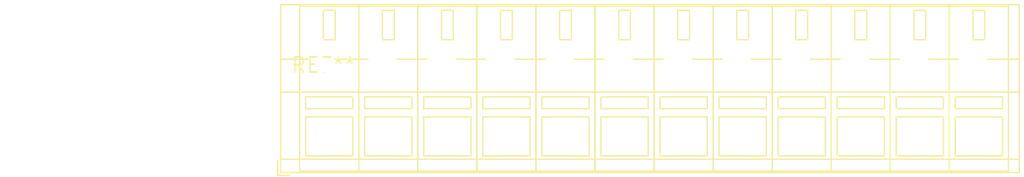
<source format=kicad_pcb>
(kicad_pcb (version 20240108) (generator pcbnew)
  (layers (0 "F.Cu" signal) (31 "B.Cu" signal) (34 "B.Paste" user) (35 "F.Paste" user) (36 "B.SilkS" user "B.Silkscreen") (37 "F.SilkS" user "F.Silkscreen") (38 "B.Mask" user) (39 "F.Mask" user) (44 "Edge.Cuts" user))
  (net 0 "")
  (footprint "TerminalBlock_WAGO_236-112_1x12_P5.00mm_45Degree" (layer "F.Cu") (at 0 0)
    (property "Reference" "REF**")
    (property "Value" "TerminalBlock_WAGO_236-112_1x12_P5.00mm_45Degree")
    (fp_line (start -3.86 8.12) (end -3.86 9.36) (layer "F.SilkS") (stroke (width 0.12)))
    (fp_line (start -3.86 9.36) (end -2.86 9.36) (layer "F.SilkS") (stroke (width 0.12)))
    (fp_line (start -3.62 -5.12) (end -3.62 9.12) (layer "F.SilkS") (stroke (width 0.12)))
    (fp_line (start -3.62 -5.12) (end 58.92 -5.12) (layer "F.SilkS") (stroke (width 0.12)))
    (fp_line (start -3.62 -0.5) (end -1.23 -0.5) (layer "F.SilkS") (stroke (width 0.12)))
    (fp_line (start -3.62 2.3) (end 58.92 2.3) (layer "F.SilkS") (stroke (width 0.12)))
    (fp_line (start -3.62 8) (end 58.92 8) (layer "F.SilkS") (stroke (width 0.12)))
    (fp_line (start -3.62 9.12) (end 58.92 9.12) (layer "F.SilkS") (stroke (width 0.12)))
    (fp_line (start -2 -5) (end -2 9) (layer "F.SilkS") (stroke (width 0.12)))
    (fp_line (start -2 -5) (end 3 -5) (layer "F.SilkS") (stroke (width 0.12)))
    (fp_line (start -2 9) (end 3 9) (layer "F.SilkS") (stroke (width 0.12)))
    (fp_line (start -1.5 2.7) (end -1.5 3.7) (layer "F.SilkS") (stroke (width 0.12)))
    (fp_line (start -1.5 2.7) (end 2.5 2.7) (layer "F.SilkS") (stroke (width 0.12)))
    (fp_line (start -1.5 3.7) (end 2.5 3.7) (layer "F.SilkS") (stroke (width 0.12)))
    (fp_line (start -1.5 4.4) (end -1.5 7.7) (layer "F.SilkS") (stroke (width 0.12)))
    (fp_line (start -1.5 4.4) (end 2.5 4.4) (layer "F.SilkS") (stroke (width 0.12)))
    (fp_line (start -1.5 7.7) (end 2.5 7.7) (layer "F.SilkS") (stroke (width 0.12)))
    (fp_line (start 0 -4.65) (end 0 -2.151) (layer "F.SilkS") (stroke (width 0.12)))
    (fp_line (start 0 -4.65) (end 1 -4.65) (layer "F.SilkS") (stroke (width 0.12)))
    (fp_line (start 0 -2.151) (end 1 -2.151) (layer "F.SilkS") (stroke (width 0.12)))
    (fp_line (start 1 -4.65) (end 1 -2.151) (layer "F.SilkS") (stroke (width 0.12)))
    (fp_line (start 1.23 -0.5) (end 3.77 -0.5) (layer "F.SilkS") (stroke (width 0.12)))
    (fp_line (start 2.5 2.7) (end 2.5 3.7) (layer "F.SilkS") (stroke (width 0.12)))
    (fp_line (start 2.5 4.4) (end 2.5 7.7) (layer "F.SilkS") (stroke (width 0.12)))
    (fp_line (start 3 -5) (end 3 9) (layer "F.SilkS") (stroke (width 0.12)))
    (fp_line (start 3 -5) (end 3 9) (layer "F.SilkS") (stroke (width 0.12)))
    (fp_line (start 3 -5) (end 8 -5) (layer "F.SilkS") (stroke (width 0.12)))
    (fp_line (start 3 9) (end 8 9) (layer "F.SilkS") (stroke (width 0.12)))
    (fp_line (start 3.5 2.7) (end 3.5 3.7) (layer "F.SilkS") (stroke (width 0.12)))
    (fp_line (start 3.5 2.7) (end 7.5 2.7) (layer "F.SilkS") (stroke (width 0.12)))
    (fp_line (start 3.5 3.7) (end 7.5 3.7) (layer "F.SilkS") (stroke (width 0.12)))
    (fp_line (start 3.5 4.4) (end 3.5 7.7) (layer "F.SilkS") (stroke (width 0.12)))
    (fp_line (start 3.5 4.4) (end 7.5 4.4) (layer "F.SilkS") (stroke (width 0.12)))
    (fp_line (start 3.5 7.7) (end 7.5 7.7) (layer "F.SilkS") (stroke (width 0.12)))
    (fp_line (start 5 -4.65) (end 5 -2.151) (layer "F.SilkS") (stroke (width 0.12)))
    (fp_line (start 5 -4.65) (end 6 -4.65) (layer "F.SilkS") (stroke (width 0.12)))
    (fp_line (start 5 -2.151) (end 6 -2.151) (layer "F.SilkS") (stroke (width 0.12)))
    (fp_line (start 6 -4.65) (end 6 -2.151) (layer "F.SilkS") (stroke (width 0.12)))
    (fp_line (start 6.23 -0.5) (end 8.77 -0.5) (layer "F.SilkS") (stroke (width 0.12)))
    (fp_line (start 7.5 2.7) (end 7.5 3.7) (layer "F.SilkS") (stroke (width 0.12)))
    (fp_line (start 7.5 4.4) (end 7.5 7.7) (layer "F.SilkS") (stroke (width 0.12)))
    (fp_line (start 8 -5) (end 8 9) (layer "F.SilkS") (stroke (width 0.12)))
    (fp_line (start 8 -5) (end 8 9) (layer "F.SilkS") (stroke (width 0.12)))
    (fp_line (start 8 -5) (end 13 -5) (layer "F.SilkS") (stroke (width 0.12)))
    (fp_line (start 8 9) (end 13 9) (layer "F.SilkS") (stroke (width 0.12)))
    (fp_line (start 8.5 2.7) (end 8.5 3.7) (layer "F.SilkS") (stroke (width 0.12)))
    (fp_line (start 8.5 2.7) (end 12.5 2.7) (layer "F.SilkS") (stroke (width 0.12)))
    (fp_line (start 8.5 3.7) (end 12.5 3.7) (layer "F.SilkS") (stroke (width 0.12)))
    (fp_line (start 8.5 4.4) (end 8.5 7.7) (layer "F.SilkS") (stroke (width 0.12)))
    (fp_line (start 8.5 4.4) (end 12.5 4.4) (layer "F.SilkS") (stroke (width 0.12)))
    (fp_line (start 8.5 7.7) (end 12.5 7.7) (layer "F.SilkS") (stroke (width 0.12)))
    (fp_line (start 10 -4.65) (end 10 -2.151) (layer "F.SilkS") (stroke (width 0.12)))
    (fp_line (start 10 -4.65) (end 11 -4.65) (layer "F.SilkS") (stroke (width 0.12)))
    (fp_line (start 10 -2.151) (end 11 -2.151) (layer "F.SilkS") (stroke (width 0.12)))
    (fp_line (start 11 -4.65) (end 11 -2.151) (layer "F.SilkS") (stroke (width 0.12)))
    (fp_line (start 11.23 -0.5) (end 13.77 -0.5) (layer "F.SilkS") (stroke (width 0.12)))
    (fp_line (start 12.5 2.7) (end 12.5 3.7) (layer "F.SilkS") (stroke (width 0.12)))
    (fp_line (start 12.5 4.4) (end 12.5 7.7) (layer "F.SilkS") (stroke (width 0.12)))
    (fp_line (start 13 -5) (end 13 9) (layer "F.SilkS") (stroke (width 0.12)))
    (fp_line (start 13 -5) (end 13 9) (layer "F.SilkS") (stroke (width 0.12)))
    (fp_line (start 13 -5) (end 18 -5) (layer "F.SilkS") (stroke (width 0.12)))
    (fp_line (start 13 9) (end 18 9) (layer "F.SilkS") (stroke (width 0.12)))
    (fp_line (start 13.5 2.7) (end 13.5 3.7) (layer "F.SilkS") (stroke (width 0.12)))
    (fp_line (start 13.5 2.7) (end 17.5 2.7) (layer "F.SilkS") (stroke (width 0.12)))
    (fp_line (start 13.5 3.7) (end 17.5 3.7) (layer "F.SilkS") (stroke (width 0.12)))
    (fp_line (start 13.5 4.4) (end 13.5 7.7) (layer "F.SilkS") (stroke (width 0.12)))
    (fp_line (start 13.5 4.4) (end 17.5 4.4) (layer "F.SilkS") (stroke (width 0.12)))
    (fp_line (start 13.5 7.7) (end 17.5 7.7) (layer "F.SilkS") (stroke (width 0.12)))
    (fp_line (start 15 -4.65) (end 15 -2.151) (layer "F.SilkS") (stroke (width 0.12)))
    (fp_line (start 15 -4.65) (end 16 -4.65) (layer "F.SilkS") (stroke (width 0.12)))
    (fp_line (start 15 -2.151) (end 16 -2.151) (layer "F.SilkS") (stroke (width 0.12)))
    (fp_line (start 16 -4.65) (end 16 -2.151) (layer "F.SilkS") (stroke (width 0.12)))
    (fp_line (start 16.23 -0.5) (end 18.77 -0.5) (layer "F.SilkS") (stroke (width 0.12)))
    (fp_line (start 17.5 2.7) (end 17.5 3.7) (layer "F.SilkS") (stroke (width 0.12)))
    (fp_line (start 17.5 4.4) (end 17.5 7.7) (layer "F.SilkS") (stroke (width 0.12)))
    (fp_line (start 18 -5) (end 18 9) (layer "F.SilkS") (stroke (width 0.12)))
    (fp_line (start 18 -5) (end 18 9) (layer "F.SilkS") (stroke (width 0.12)))
    (fp_line (start 18 -5) (end 23 -5) (layer "F.SilkS") (stroke (width 0.12)))
    (fp_line (start 18 9) (end 23 9) (layer "F.SilkS") (stroke (width 0.12)))
    (fp_line (start 18.5 2.7) (end 18.5 3.7) (layer "F.SilkS") (stroke (width 0.12)))
    (fp_line (start 18.5 2.7) (end 22.5 2.7) (layer "F.SilkS") (stroke (width 0.12)))
    (fp_line (start 18.5 3.7) (end 22.5 3.7) (layer "F.SilkS") (stroke (width 0.12)))
    (fp_line (start 18.5 4.4) (end 18.5 7.7) (layer "F.SilkS") (stroke (width 0.12)))
    (fp_line (start 18.5 4.4) (end 22.5 4.4) (layer "F.SilkS") (stroke (width 0.12)))
    (fp_line (start 18.5 7.7) (end 22.5 7.7) (layer "F.SilkS") (stroke (width 0.12)))
    (fp_line (start 20 -4.65) (end 20 -2.151) (layer "F.SilkS") (stroke (width 0.12)))
    (fp_line (start 20 -4.65) (end 21 -4.65) (layer "F.SilkS") (stroke (width 0.12)))
    (fp_line (start 20 -2.151) (end 21 -2.151) (layer "F.SilkS") (stroke (width 0.12)))
    (fp_line (start 21 -4.65) (end 21 -2.151) (layer "F.SilkS") (stroke (width 0.12)))
    (fp_line (start 21.23 -0.5) (end 23.77 -0.5) (layer "F.SilkS") (stroke (width 0.12)))
    (fp_line (start 22.5 2.7) (end 22.5 3.7) (layer "F.SilkS") (stroke (width 0.12)))
    (fp_line (start 22.5 4.4) (end 22.5 7.7) (layer "F.SilkS") (stroke (width 0.12)))
    (fp_line (start 23 -5) (end 23 9) (layer "F.SilkS") (stroke (width 0.12)))
    (fp_line (start 23 -5) (end 23 9) (layer "F.SilkS") (stroke (width 0.12)))
    (fp_line (start 23 -5) (end 28 -5) (layer "F.SilkS") (stroke (width 0.12)))
    (fp_line (start 23 9) (end 28 9) (layer "F.SilkS") (stroke (width 0.12)))
    (fp_line (start 23.5 2.7) (end 23.5 3.7) (layer "F.SilkS") (stroke (width 0.12)))
    (fp_line (start 23.5 2.7) (end 27.5 2.7) (layer "F.SilkS") (stroke (width 0.12)))
    (fp_line (start 23.5 3.7) (end 27.5 3.7) (layer "F.SilkS") (stroke (width 0.12)))
    (fp_line (start 23.5 4.4) (end 23.5 7.7) (layer "F.SilkS") (stroke (width 0.12)))
    (fp_line (start 23.5 4.4) (end 27.5 4.4) (layer "F.SilkS") (stroke (width 0.12)))
    (fp_line (start 23.5 7.7) (end 27.5 7.7) (layer "F.SilkS") (stroke (width 0.12)))
    (fp_line (start 25 -4.65) (end 25 -2.151) (layer "F.SilkS") (stroke (width 0.12)))
    (fp_line (start 25 -4.65) (end 26 -4.65) (layer "F.SilkS") (stroke (width 0.12)))
    (fp_line (start 25 -2.151) (end 26 -2.151) (layer "F.SilkS") (stroke (width 0.12)))
    (fp_line (start 26 -4.65) (end 26 -2.151) (layer "F.SilkS") (stroke (width 0.12)))
    (fp_line (start 26.23 -0.5) (end 28.77 -0.5) (layer "F.SilkS") (stroke (width 0.12)))
    (fp_line (start 27.5 2.7) (end 27.5 3.7) (layer "F.SilkS") (stroke (width 0.12)))
    (fp_line (start 27.5 4.4) (end 27.5 7.7) (layer "F.SilkS") (stroke (width 0.12)))
    (fp_line (start 28 -5) (end 28 9) (layer "F.SilkS") (stroke (width 0.12)))
    (fp_line (start 28 -5) (end 28 9) (layer "F.SilkS") (stroke (width 0.12)))
    (fp_line (start 28 -5) (end 33 -5) (layer "F.SilkS") (stroke (width 0.12)))
    (fp_line (start 28 9) (end 33 9) (layer "F.SilkS") (stroke (width 0.12)))
    (fp_line (start 28.5 2.7) (end 28.5 3.7) (layer "F.SilkS") (stroke (width 0.12)))
    (fp_line (start 28.5 2.7) (end 32.5 2.7) (layer "F.SilkS") (stroke (width 0.12)))
    (fp_line (start 28.5 3.7) (end 32.5 3.7) (layer "F.SilkS") (stroke (width 0.12)))
    (fp_line (start 28.5 4.4) (end 28.5 7.7) (layer "F.SilkS") (stroke (width 0.12)))
    (fp_line (start 28.5 4.4) (end 32.5 4.4) (layer "F.SilkS") (stroke (width 0.12)))
    (fp_line (start 28.5 7.7) (end 32.5 7.7) (layer "F.SilkS") (stroke (width 0.12)))
    (fp_line (start 30 -4.65) (end 30 -2.151) (layer "F.SilkS") (stroke (width 0.12)))
    (fp_line (start 30 -4.65) (end 31 -4.65) (layer "F.SilkS") (stroke (width 0.12)))
    (fp_line (start 30 -2.151) (end 31 -2.151) (layer "F.SilkS") (stroke (width 0.12)))
    (fp_line (start 31 -4.65) (end 31 -2.151) (layer "F.SilkS") (stroke (width 0.12)))
    (fp_line (start 31.23 -0.5) (end 33.77 -0.5) (layer "F.SilkS") (stroke (width 0.12)))
    (fp_line (start 32.5 2.7) (end 32.5 3.7) (layer "F.SilkS") (stroke (width 0.12)))
    (fp_line (start 32.5 4.4) (end 32.5 7.7) (layer "F.SilkS") (stroke (width 0.12)))
    (fp_line (start 33 -5) (end 33 9) (layer "F.SilkS") (stroke (width 0.12)))
    (fp_line (start 33 -5) (end 33 9) (layer "F.SilkS") (stroke (width 0.12)))
    (fp_line (start 33 -5) (end 38 -5) (layer "F.SilkS") (stroke (width 0.12)))
    (fp_line (start 33 9) (end 38 9) (layer "F.SilkS") (stroke (width 0.12)))
    (fp_line (start 33.5 2.7) (end 33.5 3.7) (layer "F.SilkS") (stroke (width 0.12)))
    (fp_line (start 33.5 2.7) (end 37.5 2.7) (layer "F.SilkS") (stroke (width 0.12)))
    (fp_line (start 33.5 3.7) (end 37.5 3.7) (layer "F.SilkS") (stroke (width 0.12)))
    (fp_line (start 33.5 4.4) (end 33.5 7.7) (layer "F.SilkS") (stroke (width 0.12)))
    (fp_line (start 33.5 4.4) (end 37.5 4.4) (layer "F.SilkS") (stroke (width 0.12)))
    (fp_line (start 33.5 7.7) (end 37.5 7.7) (layer "F.SilkS") (stroke (width 0.12)))
    (fp_line (start 35 -4.65) (end 35 -2.151) (layer "F.SilkS") (stroke (width 0.12)))
    (fp_line (start 35 -4.65) (end 36 -4.65) (layer "F.SilkS") (stroke (width 0.12)))
    (fp_line (start 35 -2.151) (end 36 -2.151) (layer "F.SilkS") (stroke (width 0.12)))
    (fp_line (start 36 -4.65) (end 36 -2.151) (layer "F.SilkS") (stroke (width 0.12)))
    (fp_line (start 36.23 -0.5) (end 38.77 -0.5) (layer "F.SilkS") (stroke (width 0.12)))
    (fp_line (start 37.5 2.7) (end 37.5 3.7) (layer "F.SilkS") (stroke (width 0.12)))
    (fp_line (start 37.5 4.4) (end 37.5 7.7) (layer "F.SilkS") (stroke (width 0.12)))
    (fp_line (start 38 -5) (end 38 9) (layer "F.SilkS") (stroke (width 0.12)))
    (fp_line (start 38 -5) (end 38 9) (layer "F.SilkS") (stroke (width 0.12)))
    (fp_line (start 38 -5) (end 43 -5) (layer "F.SilkS") (stroke (width 0.12)))
    (fp_line (start 38 9) (end 43 9) (layer "F.SilkS") (stroke (width 0.12)))
    (fp_line (start 38.5 2.7) (end 38.5 3.7) (layer "F.SilkS") (stroke (width 0.12)))
    (fp_line (start 38.5 2.7) (end 42.5 2.7) (layer "F.SilkS") (stroke (width 0.12)))
    (fp_line (start 38.5 3.7) (end 42.5 3.7) (layer "F.SilkS") (stroke (width 0.12)))
    (fp_line (start 38.5 4.4) (end 38.5 7.7) (layer "F.SilkS") (stroke (width 0.12)))
    (fp_line (start 38.5 4.4) (end 42.5 4.4) (layer "F.SilkS") (stroke (width 0.12)))
    (fp_line (start 38.5 7.7) (end 42.5 7.7) (layer "F.SilkS") (stroke (width 0.12)))
    (fp_line (start 40 -4.65) (end 40 -2.151) (layer "F.SilkS") (stroke (width 0.12)))
    (fp_line (start 40 -4.65) (end 41 -4.65) (layer "F.SilkS") (stroke (width 0.12)))
    (fp_line (start 40 -2.151) (end 41 -2.151) (layer "F.SilkS") (stroke (width 0.12)))
    (fp_line (start 41 -4.65) (end 41 -2.151) (layer "F.SilkS") (stroke (width 0.12)))
    (fp_line (start 41.23 -0.5) (end 43.77 -0.5) (layer "F.SilkS") (stroke (width 0.12)))
    (fp_line (start 42.5 2.7) (end 42.5 3.7) (layer "F.SilkS") (stroke (width 0.12)))
    (fp_line (start 42.5 4.4) (end 42.5 7.7) (layer "F.SilkS") (stroke (width 0.12)))
    (fp_line (start 43 -5) (end 43 9) (layer "F.SilkS") (stroke (width 0.12)))
    (fp_line (start 43 -5) (end 43 9) (layer "F.SilkS") (stroke (width 0.12)))
    (fp_line (start 43 -5) (end 48 -5) (layer "F.SilkS") (stroke (width 0.12)))
    (fp_line (start 43 9) (end 48 9) (layer "F.SilkS") (stroke (width 0.12)))
    (fp_line (start 43.5 2.7) (end 43.5 3.7) (layer "F.SilkS") (stroke (width 0.12)))
    (fp_line (start 43.5 2.7) (end 47.5 2.7) (layer "F.SilkS") (stroke (width 0.12)))
    (fp_line (start 43.5 3.7) (end 47.5 3.7) (layer "F.SilkS") (stroke (width 0.12)))
    (fp_line (start 43.5 4.4) (end 43.5 7.7) (layer "F.SilkS") (stroke (width 0.12)))
    (fp_line (start 43.5 4.4) (end 47.5 4.4) (layer "F.SilkS") (stroke (width 0.12)))
    (fp_line (start 43.5 7.7) (end 47.5 7.7) (layer "F.SilkS") (stroke (width 0.12)))
    (fp_line (start 45 -4.65) (end 45 -2.151) (layer "F.SilkS") (stroke (width 0.12)))
    (fp_line (start 45 -4.65) (end 46 -4.65) (layer "F.SilkS") (stroke (width 0.12)))
    (fp_line (start 45 -2.151) (end 46 -2.151) (layer "F.SilkS") (stroke (width 0.12)))
    (fp_line (start 46 -4.65) (end 46 -2.151) (layer "F.SilkS") (stroke (width 0.12)))
    (fp_line (start 46.23 -0.5) (end 48.77 -0.5) (layer "F.SilkS") (stroke (width 0.12)))
    (fp_line (start 47.5 2.7) (end 47.5 3.7) (layer "F.SilkS") (stroke (width 0.12)))
    (fp_line (start 47.5 4.4) (end 47.5 7.7) (layer "F.SilkS") (stroke (width 0.12)))
    (fp_line (start 48 -5) (end 48 9) (layer "F.SilkS") (stroke (width 0.12)))
    (fp_line (start 48 -5) (end 48 9) (layer "F.SilkS") (stroke (width 0.12)))
    (fp_line (start 48 -5) (end 53 -5) (layer "F.SilkS") (stroke (width 0.12)))
    (fp_line (start 48 9) (end 53 9) (layer "F.SilkS") (stroke (width 0.12)))
    (fp_line (start 48.5 2.7) (end 48.5 3.7) (layer "F.SilkS") (stroke (width 0.12)))
    (fp_line (start 48.5 2.7) (end 52.5 2.7) (layer "F.SilkS") (stroke (width 0.12)))
    (fp_line (start 48.5 3.7) (end 52.5 3.7) (layer "F.SilkS") (stroke (width 0.12)))
    (fp_line (start 48.5 4.4) (end 48.5 7.7) (layer "F.SilkS") (stroke (width 0.12)))
    (fp_line (start 48.5 4.4) (end 52.5 4.4) (layer "F.SilkS") (stroke (width 0.12)))
    (fp_line (start 48.5 7.7) (end 52.5 7.7) (layer "F.SilkS") (stroke (width 0.12)))
    (fp_line (start 50 -4.65) (end 50 -2.151) (layer "F.SilkS") (stroke (width 0.12)))
    (fp_line (start 50 -4.65) (end 51 -4.65) (layer "F.SilkS") (stroke (width 0.12)))
    (fp_line (start 50 -2.151) (end 51 -2.151) (layer "F.SilkS") (stroke (width 0.12)))
    (fp_line (start 51 -4.65) (end 51 -2.151) (layer "F.SilkS") (stroke (width 0.12)))
    (fp_line (start 51.23 -0.5) (end 53.77 -0.5) (layer "F.SilkS") (stroke (width 0.12)))
    (fp_line (start 52.5 2.7) (end 52.5 3.7) (layer "F.SilkS") (stroke (width 0.12)))
    (fp_line (start 52.5 4.4) (end 52.5 7.7) (layer "F.SilkS") (stroke (width 0.12)))
    (fp_line (start 53 -5) (end 53 9) (layer "F.SilkS") (stroke (width 0.12)))
    (fp_line (start 53 -5) (end 53 9) (layer "F.SilkS") (stroke (width 0.12)))
    (fp_line (start 53 -5) (end 58 -5) (layer "F.SilkS") (stroke (width 0.12)))
    (fp_line (start 53 9) (end 58 9) (layer "F.SilkS") (stroke (width 0.12)))
    (fp_line (start 53.5 2.7) (end 53.5 3.7) (layer "F.SilkS") (stroke (width 0.12)))
    (fp_line (start 53.5 2.7) (end 57.5 2.7) (layer "F.SilkS") (stroke (width 0.12)))
    (fp_line (start 53.5 3.7) (end 57.5 3.7) (layer "F.SilkS") (stroke (width 0.12)))
    (fp_line (start 53.5 4.4) (end 53.5 7.7) (layer "F.SilkS") (stroke (width 0.12)))
    (fp_line (start 53.5 4.4) (end 57.5 4.4) (layer "F.SilkS") (stroke (width 0.12)))
    (fp_line (start 53.5 7.7) (end 57.5 7.7) (layer "F.SilkS") (stroke (width 0.12)))
    (fp_line (start 55 -4.65) (end 55 -2.151) (layer "F.SilkS") (stroke (width 0.12)))
    (fp_line (start 55 -4.65) (end 56 -4.65) (layer "F.SilkS") (stroke (width 0.12)))
    (fp_line (start 55 -2.151) (end 56 -2.151) (layer "F.SilkS") (stroke (width 0.12)))
    (fp_line (start 56 -4.65) (end 56 -2.151) (layer "F.SilkS") (stroke (width 0.12)))
    (fp_line (start 56.23 -0.5) (end 58.92 -0.5) (layer "F.SilkS") (stroke (width 0.12)))
    (fp_line (start 57.5 2.7) (end 57.5 3.7) (layer "F.SilkS") (stroke (width 0.12)))
    (fp_line (start 57.5 4.4) (end 57.5 7.7) (layer "F.SilkS") (stroke (width 0.12)))
    (fp_line (start 58 -5) (end 58 9) (layer "F.SilkS") (stroke (width 0.12)))
    (fp_line (start 58.92 -5.12) (end 58.92 9.12) (layer "F.SilkS") (stroke (width 0.12)))
    (pad "1" thru_hole rect (at 0 0) (size 1.5 3) (drill 1.15) (layers *.Cu *.Mask) (remove_unused_layers))
    (pad "2" thru_hole oval (at 5 0) (size 1.5 3) (drill 1.15) (layers *.Cu *.Mask) (remove_unused_layers))
    (pad "3" thru_hole oval (at 10 0) (size 1.5 3) (drill 1.15) (layers *.Cu *.Mask) (remove_unused_layers))
    (pad "4" thru_hole oval (at 15 0) (size 1.5 3) (drill 1.15) (layers *.Cu *.Mask) (remove_unused_layers))
    (pad "5" thru_hole oval (at 20 0) (size 1.5 3) (drill 1.15) (layers *.Cu *.Mask) (remove_unused_layers))
    (pad "6" thru_hole oval (at 25 0) (size 1.5 3) (drill 1.15) (layers *.Cu *.Mask) (remove_unused_layers))
    (pad "7" thru_hole oval (at 30 0) (size 1.5 3) (drill 1.15) (layers *.Cu *.Mask) (remove_unused_layers))
    (pad "8" thru_hole oval (at 35 0) (size 1.5 3) (drill 1.15) (layers *.Cu *.Mask) (remove_unused_layers))
    (pad "9" thru_hole oval (at 40 0) (size 1.5 3) (drill 1.15) (layers *.Cu *.Mask) (remove_unused_layers))
    (pad "10" thru_hole oval (at 45 0) (size 1.5 3) (drill 1.15) (layers *.Cu *.Mask) (remove_unused_layers))
    (pad "11" thru_hole oval (at 50 0) (size 1.5 3) (drill 1.15) (layers *.Cu *.Mask) (remove_unused_layers))
    (pad "12" thru_hole oval (at 55 0) (size 1.5 3) (drill 1.15) (layers *.Cu *.Mask) (remove_unused_layers))
  )
)
</source>
